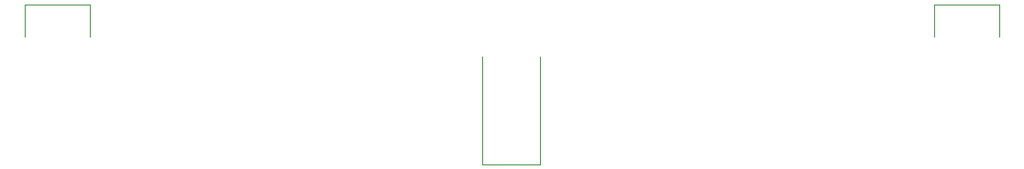
<source format=gbr>
G04 #@! TF.GenerationSoftware,KiCad,Pcbnew,8.0.4*
G04 #@! TF.CreationDate,2024-07-28T06:14:52+02:00*
G04 #@! TF.ProjectId,BulkyModem-32 Module,42756c6b-794d-46f6-9465-6d2d3332204d,rev?*
G04 #@! TF.SameCoordinates,Original*
G04 #@! TF.FileFunction,OtherDrawing,Comment*
%FSLAX46Y46*%
G04 Gerber Fmt 4.6, Leading zero omitted, Abs format (unit mm)*
G04 Created by KiCad (PCBNEW 8.0.4) date 2024-07-28 06:14:52*
%MOMM*%
%LPD*%
G01*
G04 APERTURE LIST*
%ADD10C,0.120000*%
%ADD11C,0.050000*%
G04 APERTURE END LIST*
D10*
X75180000Y-142907000D02*
X75180000Y-139907000D01*
X78180000Y-139907000D02*
X75180000Y-139907000D01*
X81180000Y-139907000D02*
X78180000Y-139907000D01*
X81180000Y-142907000D02*
X81180000Y-139907000D01*
D11*
X117403000Y-154774000D02*
X117403000Y-144774000D01*
X117403000Y-154774000D02*
X122703000Y-154774000D01*
X122703000Y-154774000D02*
X122703000Y-144774000D01*
D10*
X159180000Y-142907000D02*
X159180000Y-139907000D01*
X162180000Y-139907000D02*
X159180000Y-139907000D01*
X165180000Y-139907000D02*
X162180000Y-139907000D01*
X165180000Y-142907000D02*
X165180000Y-139907000D01*
M02*

</source>
